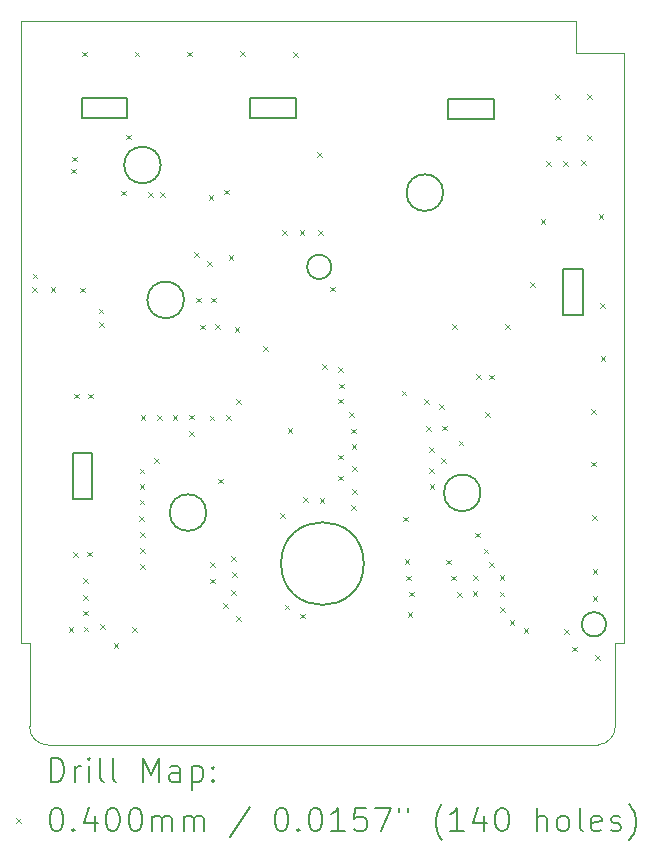
<source format=gbr>
%TF.GenerationSoftware,KiCad,Pcbnew,(6.0.9)*%
%TF.CreationDate,2023-01-08T00:25:15-05:00*%
%TF.ProjectId,DMG-DECN-02,444d472d-4445-4434-9e2d-30322e6b6963,rev?*%
%TF.SameCoordinates,Original*%
%TF.FileFunction,Drillmap*%
%TF.FilePolarity,Positive*%
%FSLAX45Y45*%
G04 Gerber Fmt 4.5, Leading zero omitted, Abs format (unit mm)*
G04 Created by KiCad (PCBNEW (6.0.9)) date 2023-01-08 00:25:15*
%MOMM*%
%LPD*%
G01*
G04 APERTURE LIST*
%ADD10C,0.025400*%
%ADD11C,0.200000*%
%ADD12C,0.040000*%
G04 APERTURE END LIST*
D10*
X12395085Y-6727498D02*
X12395085Y-11997498D01*
X17095085Y-6727498D02*
X12395085Y-6727498D01*
X12395085Y-11997498D02*
X12470085Y-11997498D01*
D11*
X15971987Y-8182000D02*
G75*
G03*
X15971987Y-8182000I-154987J0D01*
G01*
D10*
X12470085Y-11997498D02*
X12470085Y-12701498D01*
X17505085Y-11997498D02*
X17505085Y-6997498D01*
D11*
X13580987Y-7948000D02*
G75*
G03*
X13580987Y-7948000I-154987J0D01*
G01*
X14727000Y-7549000D02*
X14341000Y-7549000D01*
X14341000Y-7549000D02*
X14341000Y-7382000D01*
X14341000Y-7382000D02*
X14727000Y-7382000D01*
X14727000Y-7382000D02*
X14727000Y-7549000D01*
X13297000Y-7547000D02*
X12911000Y-7547000D01*
X12911000Y-7547000D02*
X12911000Y-7380000D01*
X12911000Y-7380000D02*
X13297000Y-7380000D01*
X13297000Y-7380000D02*
X13297000Y-7547000D01*
X16399000Y-7557000D02*
X16013000Y-7557000D01*
X16013000Y-7557000D02*
X16013000Y-7390000D01*
X16013000Y-7390000D02*
X16399000Y-7390000D01*
X16399000Y-7390000D02*
X16399000Y-7557000D01*
X13777987Y-9090000D02*
G75*
G03*
X13777987Y-9090000I-154987J0D01*
G01*
D10*
X17095085Y-6997498D02*
X17095085Y-6727498D01*
D11*
X15300085Y-11322498D02*
G75*
G03*
X15300085Y-11322498I-350000J0D01*
G01*
D10*
X12470084Y-12701498D02*
G75*
G03*
X12624085Y-12857498I152506J-3462D01*
G01*
D11*
X16989000Y-9218000D02*
X17156000Y-9218000D01*
X17156000Y-9218000D02*
X17156000Y-8832000D01*
X17156000Y-8832000D02*
X16989000Y-8832000D01*
X16989000Y-8832000D02*
X16989000Y-9218000D01*
D10*
X17430085Y-11997498D02*
X17505085Y-11997498D01*
D11*
X16288987Y-10724000D02*
G75*
G03*
X16288987Y-10724000I-154987J0D01*
G01*
D10*
X17505085Y-6997498D02*
X17095085Y-6997498D01*
X17287085Y-12857498D02*
G75*
G03*
X17430085Y-12693498I-15085J157498D01*
G01*
X12624085Y-12857498D02*
X17287085Y-12857498D01*
D11*
X12835000Y-10772000D02*
X13002000Y-10772000D01*
X13002000Y-10772000D02*
X13002000Y-10386000D01*
X13002000Y-10386000D02*
X12835000Y-10386000D01*
X12835000Y-10386000D02*
X12835000Y-10772000D01*
D10*
X17430085Y-12693498D02*
X17430085Y-11997498D01*
D11*
X13966987Y-10891000D02*
G75*
G03*
X13966987Y-10891000I-154987J0D01*
G01*
X17351500Y-11836500D02*
G75*
G03*
X17351500Y-11836500I-102500J0D01*
G01*
X15025500Y-8811000D02*
G75*
G03*
X15025500Y-8811000I-102500J0D01*
G01*
D12*
X12491000Y-8982000D02*
X12531000Y-9022000D01*
X12531000Y-8982000D02*
X12491000Y-9022000D01*
X12496000Y-8868000D02*
X12536000Y-8908000D01*
X12536000Y-8868000D02*
X12496000Y-8908000D01*
X12648000Y-8984000D02*
X12688000Y-9024000D01*
X12688000Y-8984000D02*
X12648000Y-9024000D01*
X12801000Y-11858000D02*
X12841000Y-11898000D01*
X12841000Y-11858000D02*
X12801000Y-11898000D01*
X12825000Y-7978000D02*
X12865000Y-8018000D01*
X12865000Y-7978000D02*
X12825000Y-8018000D01*
X12828000Y-7877000D02*
X12868000Y-7917000D01*
X12868000Y-7877000D02*
X12828000Y-7917000D01*
X12839000Y-11224000D02*
X12879000Y-11264000D01*
X12879000Y-11224000D02*
X12839000Y-11264000D01*
X12845000Y-9883000D02*
X12885000Y-9923000D01*
X12885000Y-9883000D02*
X12845000Y-9923000D01*
X12897000Y-8987000D02*
X12937000Y-9027000D01*
X12937000Y-8987000D02*
X12897000Y-9027000D01*
X12917000Y-6989000D02*
X12957000Y-7029000D01*
X12957000Y-6989000D02*
X12917000Y-7029000D01*
X12926000Y-11587000D02*
X12966000Y-11627000D01*
X12966000Y-11587000D02*
X12926000Y-11627000D01*
X12926000Y-11721000D02*
X12966000Y-11761000D01*
X12966000Y-11721000D02*
X12926000Y-11761000D01*
X12927000Y-11447000D02*
X12967000Y-11487000D01*
X12967000Y-11447000D02*
X12927000Y-11487000D01*
X12929000Y-11857000D02*
X12969000Y-11897000D01*
X12969000Y-11857000D02*
X12929000Y-11897000D01*
X12960000Y-11222000D02*
X13000000Y-11262000D01*
X13000000Y-11222000D02*
X12960000Y-11262000D01*
X12964000Y-9883000D02*
X13004000Y-9923000D01*
X13004000Y-9883000D02*
X12964000Y-9923000D01*
X13056000Y-9163000D02*
X13096000Y-9203000D01*
X13096000Y-9163000D02*
X13056000Y-9203000D01*
X13058000Y-9277000D02*
X13098000Y-9317000D01*
X13098000Y-9277000D02*
X13058000Y-9317000D01*
X13065000Y-11838000D02*
X13105000Y-11878000D01*
X13105000Y-11838000D02*
X13065000Y-11878000D01*
X13182000Y-11995000D02*
X13222000Y-12035000D01*
X13222000Y-11995000D02*
X13182000Y-12035000D01*
X13247000Y-8164000D02*
X13287000Y-8204000D01*
X13287000Y-8164000D02*
X13247000Y-8204000D01*
X13289000Y-7691000D02*
X13329000Y-7731000D01*
X13329000Y-7691000D02*
X13289000Y-7731000D01*
X13339000Y-11858000D02*
X13379000Y-11898000D01*
X13379000Y-11858000D02*
X13339000Y-11898000D01*
X13361000Y-6989000D02*
X13401000Y-7029000D01*
X13401000Y-6989000D02*
X13361000Y-7029000D01*
X13401000Y-10920000D02*
X13441000Y-10960000D01*
X13441000Y-10920000D02*
X13401000Y-10960000D01*
X13403000Y-10518000D02*
X13443000Y-10558000D01*
X13443000Y-10518000D02*
X13403000Y-10558000D01*
X13403000Y-10648000D02*
X13443000Y-10688000D01*
X13443000Y-10648000D02*
X13403000Y-10688000D01*
X13403000Y-10782000D02*
X13443000Y-10822000D01*
X13443000Y-10782000D02*
X13403000Y-10822000D01*
X13404000Y-11325000D02*
X13444000Y-11365000D01*
X13444000Y-11325000D02*
X13404000Y-11365000D01*
X13408000Y-11192000D02*
X13448000Y-11232000D01*
X13448000Y-11192000D02*
X13408000Y-11232000D01*
X13409000Y-11057000D02*
X13449000Y-11097000D01*
X13449000Y-11057000D02*
X13409000Y-11097000D01*
X13412000Y-10068000D02*
X13452000Y-10108000D01*
X13452000Y-10068000D02*
X13412000Y-10108000D01*
X13473000Y-8179000D02*
X13513000Y-8219000D01*
X13513000Y-8179000D02*
X13473000Y-8219000D01*
X13528000Y-10431000D02*
X13568000Y-10471000D01*
X13568000Y-10431000D02*
X13528000Y-10471000D01*
X13548000Y-10064000D02*
X13588000Y-10104000D01*
X13588000Y-10064000D02*
X13548000Y-10104000D01*
X13578000Y-8180000D02*
X13618000Y-8220000D01*
X13618000Y-8180000D02*
X13578000Y-8220000D01*
X13683000Y-10067000D02*
X13723000Y-10107000D01*
X13723000Y-10067000D02*
X13683000Y-10107000D01*
X13807000Y-6989000D02*
X13847000Y-7029000D01*
X13847000Y-6989000D02*
X13807000Y-7029000D01*
X13819000Y-10062000D02*
X13859000Y-10102000D01*
X13859000Y-10062000D02*
X13819000Y-10102000D01*
X13820000Y-10201000D02*
X13860000Y-10241000D01*
X13860000Y-10201000D02*
X13820000Y-10241000D01*
X13863000Y-8685000D02*
X13903000Y-8725000D01*
X13903000Y-8685000D02*
X13863000Y-8725000D01*
X13883000Y-9071000D02*
X13923000Y-9111000D01*
X13923000Y-9071000D02*
X13883000Y-9111000D01*
X13914000Y-9299000D02*
X13954000Y-9339000D01*
X13954000Y-9299000D02*
X13914000Y-9339000D01*
X13973000Y-8761000D02*
X14013000Y-8801000D01*
X14013000Y-8761000D02*
X13973000Y-8801000D01*
X13986000Y-8202000D02*
X14026000Y-8242000D01*
X14026000Y-8202000D02*
X13986000Y-8242000D01*
X13995000Y-10071000D02*
X14035000Y-10111000D01*
X14035000Y-10071000D02*
X13995000Y-10111000D01*
X13998000Y-11311000D02*
X14038000Y-11351000D01*
X14038000Y-11311000D02*
X13998000Y-11351000D01*
X13998000Y-11449000D02*
X14038000Y-11489000D01*
X14038000Y-11449000D02*
X13998000Y-11489000D01*
X14006000Y-9071000D02*
X14046000Y-9111000D01*
X14046000Y-9071000D02*
X14006000Y-9111000D01*
X14044000Y-9293000D02*
X14084000Y-9333000D01*
X14084000Y-9293000D02*
X14044000Y-9333000D01*
X14069000Y-10603000D02*
X14109000Y-10643000D01*
X14109000Y-10603000D02*
X14069000Y-10643000D01*
X14110000Y-11656000D02*
X14150000Y-11696000D01*
X14150000Y-11656000D02*
X14110000Y-11696000D01*
X14119000Y-8157000D02*
X14159000Y-8197000D01*
X14159000Y-8157000D02*
X14119000Y-8197000D01*
X14133000Y-10065000D02*
X14173000Y-10105000D01*
X14173000Y-10065000D02*
X14133000Y-10105000D01*
X14157000Y-8714000D02*
X14197000Y-8754000D01*
X14197000Y-8714000D02*
X14157000Y-8754000D01*
X14177000Y-11545000D02*
X14217000Y-11585000D01*
X14217000Y-11545000D02*
X14177000Y-11585000D01*
X14178000Y-11262000D02*
X14218000Y-11302000D01*
X14218000Y-11262000D02*
X14178000Y-11302000D01*
X14185000Y-11395000D02*
X14225000Y-11435000D01*
X14225000Y-11395000D02*
X14185000Y-11435000D01*
X14206000Y-9322000D02*
X14246000Y-9362000D01*
X14246000Y-9322000D02*
X14206000Y-9362000D01*
X14221000Y-11766000D02*
X14261000Y-11806000D01*
X14261000Y-11766000D02*
X14221000Y-11806000D01*
X14222000Y-9929000D02*
X14262000Y-9969000D01*
X14262000Y-9929000D02*
X14222000Y-9969000D01*
X14253000Y-6987000D02*
X14293000Y-7027000D01*
X14293000Y-6987000D02*
X14253000Y-7027000D01*
X14450000Y-9479000D02*
X14490000Y-9519000D01*
X14490000Y-9479000D02*
X14450000Y-9519000D01*
X14592000Y-10895000D02*
X14632000Y-10935000D01*
X14632000Y-10895000D02*
X14592000Y-10935000D01*
X14607000Y-8502000D02*
X14647000Y-8542000D01*
X14647000Y-8502000D02*
X14607000Y-8542000D01*
X14630000Y-11671000D02*
X14670000Y-11711000D01*
X14670000Y-11671000D02*
X14630000Y-11711000D01*
X14656000Y-10177000D02*
X14696000Y-10217000D01*
X14696000Y-10177000D02*
X14656000Y-10217000D01*
X14702000Y-6991000D02*
X14742000Y-7031000D01*
X14742000Y-6991000D02*
X14702000Y-7031000D01*
X14758000Y-8500000D02*
X14798000Y-8540000D01*
X14798000Y-8500000D02*
X14758000Y-8540000D01*
X14759000Y-11747000D02*
X14799000Y-11787000D01*
X14799000Y-11747000D02*
X14759000Y-11787000D01*
X14788000Y-10762000D02*
X14828000Y-10802000D01*
X14828000Y-10762000D02*
X14788000Y-10802000D01*
X14908000Y-7837000D02*
X14948000Y-7877000D01*
X14948000Y-7837000D02*
X14908000Y-7877000D01*
X14912000Y-8500000D02*
X14952000Y-8540000D01*
X14952000Y-8500000D02*
X14912000Y-8540000D01*
X14927000Y-10766000D02*
X14967000Y-10806000D01*
X14967000Y-10766000D02*
X14927000Y-10806000D01*
X14947000Y-9637000D02*
X14987000Y-9677000D01*
X14987000Y-9637000D02*
X14947000Y-9677000D01*
X15013000Y-8978000D02*
X15053000Y-9018000D01*
X15053000Y-8978000D02*
X15013000Y-9018000D01*
X15082000Y-10401000D02*
X15122000Y-10441000D01*
X15122000Y-10401000D02*
X15082000Y-10441000D01*
X15084000Y-9659000D02*
X15124000Y-9699000D01*
X15124000Y-9659000D02*
X15084000Y-9699000D01*
X15084000Y-9926000D02*
X15124000Y-9966000D01*
X15124000Y-9926000D02*
X15084000Y-9966000D01*
X15084000Y-10578000D02*
X15124000Y-10618000D01*
X15124000Y-10578000D02*
X15084000Y-10618000D01*
X15091000Y-9798000D02*
X15131000Y-9838000D01*
X15131000Y-9798000D02*
X15091000Y-9838000D01*
X15176000Y-10040000D02*
X15216000Y-10080000D01*
X15216000Y-10040000D02*
X15176000Y-10080000D01*
X15194000Y-10179000D02*
X15234000Y-10219000D01*
X15234000Y-10179000D02*
X15194000Y-10219000D01*
X15196000Y-10827000D02*
X15236000Y-10867000D01*
X15236000Y-10827000D02*
X15196000Y-10867000D01*
X15198000Y-10314000D02*
X15238000Y-10354000D01*
X15238000Y-10314000D02*
X15198000Y-10354000D01*
X15200000Y-10693000D02*
X15240000Y-10733000D01*
X15240000Y-10693000D02*
X15200000Y-10733000D01*
X15203000Y-10495000D02*
X15243000Y-10535000D01*
X15243000Y-10495000D02*
X15203000Y-10535000D01*
X15620000Y-9858000D02*
X15660000Y-9898000D01*
X15660000Y-9858000D02*
X15620000Y-9898000D01*
X15636000Y-10926000D02*
X15676000Y-10966000D01*
X15676000Y-10926000D02*
X15636000Y-10966000D01*
X15646000Y-11286000D02*
X15686000Y-11326000D01*
X15686000Y-11286000D02*
X15646000Y-11326000D01*
X15660000Y-11425000D02*
X15700000Y-11465000D01*
X15700000Y-11425000D02*
X15660000Y-11465000D01*
X15671000Y-11732000D02*
X15711000Y-11772000D01*
X15711000Y-11732000D02*
X15671000Y-11772000D01*
X15686000Y-11560000D02*
X15726000Y-11600000D01*
X15726000Y-11560000D02*
X15686000Y-11600000D01*
X15809000Y-9931000D02*
X15849000Y-9971000D01*
X15849000Y-9931000D02*
X15809000Y-9971000D01*
X15831000Y-10157000D02*
X15871000Y-10197000D01*
X15871000Y-10157000D02*
X15831000Y-10197000D01*
X15854000Y-10516000D02*
X15894000Y-10556000D01*
X15894000Y-10516000D02*
X15854000Y-10556000D01*
X15856000Y-10339000D02*
X15896000Y-10379000D01*
X15896000Y-10339000D02*
X15856000Y-10379000D01*
X15858000Y-10653000D02*
X15898000Y-10693000D01*
X15898000Y-10653000D02*
X15858000Y-10693000D01*
X15941000Y-9971000D02*
X15981000Y-10011000D01*
X15981000Y-9971000D02*
X15941000Y-10011000D01*
X15958000Y-10428000D02*
X15998000Y-10468000D01*
X15998000Y-10428000D02*
X15958000Y-10468000D01*
X15966000Y-10155000D02*
X16006000Y-10195000D01*
X16006000Y-10155000D02*
X15966000Y-10195000D01*
X15999000Y-11289000D02*
X16039000Y-11329000D01*
X16039000Y-11289000D02*
X15999000Y-11329000D01*
X16042000Y-11424000D02*
X16082000Y-11464000D01*
X16082000Y-11424000D02*
X16042000Y-11464000D01*
X16051000Y-9298000D02*
X16091000Y-9338000D01*
X16091000Y-9298000D02*
X16051000Y-9338000D01*
X16088000Y-11566000D02*
X16128000Y-11606000D01*
X16128000Y-11566000D02*
X16088000Y-11606000D01*
X16103000Y-10281000D02*
X16143000Y-10321000D01*
X16143000Y-10281000D02*
X16103000Y-10321000D01*
X16222000Y-11558000D02*
X16262000Y-11598000D01*
X16262000Y-11558000D02*
X16222000Y-11598000D01*
X16229000Y-11421000D02*
X16269000Y-11461000D01*
X16269000Y-11421000D02*
X16229000Y-11461000D01*
X16246000Y-11061000D02*
X16286000Y-11101000D01*
X16286000Y-11061000D02*
X16246000Y-11101000D01*
X16254000Y-9721000D02*
X16294000Y-9761000D01*
X16294000Y-9721000D02*
X16254000Y-9761000D01*
X16315000Y-11195000D02*
X16355000Y-11235000D01*
X16355000Y-11195000D02*
X16315000Y-11235000D01*
X16329000Y-10039000D02*
X16369000Y-10079000D01*
X16369000Y-10039000D02*
X16329000Y-10079000D01*
X16359000Y-11311000D02*
X16399000Y-11351000D01*
X16399000Y-11311000D02*
X16359000Y-11351000D01*
X16363000Y-9722000D02*
X16403000Y-9762000D01*
X16403000Y-9722000D02*
X16363000Y-9762000D01*
X16450000Y-11421000D02*
X16490000Y-11461000D01*
X16490000Y-11421000D02*
X16450000Y-11461000D01*
X16450000Y-11560000D02*
X16490000Y-11600000D01*
X16490000Y-11560000D02*
X16450000Y-11600000D01*
X16455000Y-11694000D02*
X16495000Y-11734000D01*
X16495000Y-11694000D02*
X16455000Y-11734000D01*
X16495000Y-9296000D02*
X16535000Y-9336000D01*
X16535000Y-9296000D02*
X16495000Y-9336000D01*
X16536000Y-11804000D02*
X16576000Y-11844000D01*
X16576000Y-11804000D02*
X16536000Y-11844000D01*
X16653000Y-11871000D02*
X16693000Y-11911000D01*
X16693000Y-11871000D02*
X16653000Y-11911000D01*
X16707500Y-8942500D02*
X16747500Y-8982500D01*
X16747500Y-8942500D02*
X16707500Y-8982500D01*
X16798000Y-8406000D02*
X16838000Y-8446000D01*
X16838000Y-8406000D02*
X16798000Y-8446000D01*
X16842000Y-7913000D02*
X16882000Y-7953000D01*
X16882000Y-7913000D02*
X16842000Y-7953000D01*
X16921000Y-7348000D02*
X16961000Y-7388000D01*
X16961000Y-7348000D02*
X16921000Y-7388000D01*
X16930000Y-7700000D02*
X16970000Y-7740000D01*
X16970000Y-7700000D02*
X16930000Y-7740000D01*
X16990000Y-7913000D02*
X17030000Y-7953000D01*
X17030000Y-7913000D02*
X16990000Y-7953000D01*
X16997000Y-11875000D02*
X17037000Y-11915000D01*
X17037000Y-11875000D02*
X16997000Y-11915000D01*
X17065000Y-12025000D02*
X17105000Y-12065000D01*
X17105000Y-12025000D02*
X17065000Y-12065000D01*
X17141000Y-7908000D02*
X17181000Y-7948000D01*
X17181000Y-7908000D02*
X17141000Y-7948000D01*
X17190000Y-7346000D02*
X17230000Y-7386000D01*
X17230000Y-7346000D02*
X17190000Y-7386000D01*
X17194000Y-7698000D02*
X17234000Y-7738000D01*
X17234000Y-7698000D02*
X17194000Y-7738000D01*
X17228000Y-10013000D02*
X17268000Y-10053000D01*
X17268000Y-10013000D02*
X17228000Y-10053000D01*
X17228000Y-10459000D02*
X17268000Y-10499000D01*
X17268000Y-10459000D02*
X17228000Y-10499000D01*
X17235000Y-10914000D02*
X17275000Y-10954000D01*
X17275000Y-10914000D02*
X17235000Y-10954000D01*
X17237000Y-11367000D02*
X17277000Y-11407000D01*
X17277000Y-11367000D02*
X17237000Y-11407000D01*
X17237000Y-11596000D02*
X17277000Y-11636000D01*
X17277000Y-11596000D02*
X17237000Y-11636000D01*
X17262000Y-12096000D02*
X17302000Y-12136000D01*
X17302000Y-12096000D02*
X17262000Y-12136000D01*
X17288000Y-8361000D02*
X17328000Y-8401000D01*
X17328000Y-8361000D02*
X17288000Y-8401000D01*
X17302500Y-9120000D02*
X17342500Y-9160000D01*
X17342500Y-9120000D02*
X17302500Y-9160000D01*
X17306000Y-9565000D02*
X17346000Y-9605000D01*
X17346000Y-9565000D02*
X17306000Y-9605000D01*
D11*
X12651434Y-13169252D02*
X12651434Y-12969252D01*
X12699053Y-12969252D01*
X12727624Y-12978776D01*
X12746672Y-12997823D01*
X12756196Y-13016871D01*
X12765720Y-13054966D01*
X12765720Y-13083537D01*
X12756196Y-13121633D01*
X12746672Y-13140680D01*
X12727624Y-13159728D01*
X12699053Y-13169252D01*
X12651434Y-13169252D01*
X12851434Y-13169252D02*
X12851434Y-13035918D01*
X12851434Y-13074014D02*
X12860958Y-13054966D01*
X12870482Y-13045442D01*
X12889529Y-13035918D01*
X12908577Y-13035918D01*
X12975243Y-13169252D02*
X12975243Y-13035918D01*
X12975243Y-12969252D02*
X12965720Y-12978776D01*
X12975243Y-12988299D01*
X12984767Y-12978776D01*
X12975243Y-12969252D01*
X12975243Y-12988299D01*
X13099053Y-13169252D02*
X13080005Y-13159728D01*
X13070482Y-13140680D01*
X13070482Y-12969252D01*
X13203815Y-13169252D02*
X13184767Y-13159728D01*
X13175243Y-13140680D01*
X13175243Y-12969252D01*
X13432386Y-13169252D02*
X13432386Y-12969252D01*
X13499053Y-13112109D01*
X13565720Y-12969252D01*
X13565720Y-13169252D01*
X13746672Y-13169252D02*
X13746672Y-13064490D01*
X13737148Y-13045442D01*
X13718101Y-13035918D01*
X13680005Y-13035918D01*
X13660958Y-13045442D01*
X13746672Y-13159728D02*
X13727624Y-13169252D01*
X13680005Y-13169252D01*
X13660958Y-13159728D01*
X13651434Y-13140680D01*
X13651434Y-13121633D01*
X13660958Y-13102585D01*
X13680005Y-13093061D01*
X13727624Y-13093061D01*
X13746672Y-13083537D01*
X13841910Y-13035918D02*
X13841910Y-13235918D01*
X13841910Y-13045442D02*
X13860958Y-13035918D01*
X13899053Y-13035918D01*
X13918101Y-13045442D01*
X13927624Y-13054966D01*
X13937148Y-13074014D01*
X13937148Y-13131156D01*
X13927624Y-13150204D01*
X13918101Y-13159728D01*
X13899053Y-13169252D01*
X13860958Y-13169252D01*
X13841910Y-13159728D01*
X14022863Y-13150204D02*
X14032386Y-13159728D01*
X14022863Y-13169252D01*
X14013339Y-13159728D01*
X14022863Y-13150204D01*
X14022863Y-13169252D01*
X14022863Y-13045442D02*
X14032386Y-13054966D01*
X14022863Y-13064490D01*
X14013339Y-13054966D01*
X14022863Y-13045442D01*
X14022863Y-13064490D01*
D12*
X12353815Y-13478776D02*
X12393815Y-13518776D01*
X12393815Y-13478776D02*
X12353815Y-13518776D01*
D11*
X12689529Y-13389252D02*
X12708577Y-13389252D01*
X12727624Y-13398776D01*
X12737148Y-13408299D01*
X12746672Y-13427347D01*
X12756196Y-13465442D01*
X12756196Y-13513061D01*
X12746672Y-13551156D01*
X12737148Y-13570204D01*
X12727624Y-13579728D01*
X12708577Y-13589252D01*
X12689529Y-13589252D01*
X12670482Y-13579728D01*
X12660958Y-13570204D01*
X12651434Y-13551156D01*
X12641910Y-13513061D01*
X12641910Y-13465442D01*
X12651434Y-13427347D01*
X12660958Y-13408299D01*
X12670482Y-13398776D01*
X12689529Y-13389252D01*
X12841910Y-13570204D02*
X12851434Y-13579728D01*
X12841910Y-13589252D01*
X12832386Y-13579728D01*
X12841910Y-13570204D01*
X12841910Y-13589252D01*
X13022863Y-13455918D02*
X13022863Y-13589252D01*
X12975243Y-13379728D02*
X12927624Y-13522585D01*
X13051434Y-13522585D01*
X13165720Y-13389252D02*
X13184767Y-13389252D01*
X13203815Y-13398776D01*
X13213339Y-13408299D01*
X13222863Y-13427347D01*
X13232386Y-13465442D01*
X13232386Y-13513061D01*
X13222863Y-13551156D01*
X13213339Y-13570204D01*
X13203815Y-13579728D01*
X13184767Y-13589252D01*
X13165720Y-13589252D01*
X13146672Y-13579728D01*
X13137148Y-13570204D01*
X13127624Y-13551156D01*
X13118101Y-13513061D01*
X13118101Y-13465442D01*
X13127624Y-13427347D01*
X13137148Y-13408299D01*
X13146672Y-13398776D01*
X13165720Y-13389252D01*
X13356196Y-13389252D02*
X13375243Y-13389252D01*
X13394291Y-13398776D01*
X13403815Y-13408299D01*
X13413339Y-13427347D01*
X13422863Y-13465442D01*
X13422863Y-13513061D01*
X13413339Y-13551156D01*
X13403815Y-13570204D01*
X13394291Y-13579728D01*
X13375243Y-13589252D01*
X13356196Y-13589252D01*
X13337148Y-13579728D01*
X13327624Y-13570204D01*
X13318101Y-13551156D01*
X13308577Y-13513061D01*
X13308577Y-13465442D01*
X13318101Y-13427347D01*
X13327624Y-13408299D01*
X13337148Y-13398776D01*
X13356196Y-13389252D01*
X13508577Y-13589252D02*
X13508577Y-13455918D01*
X13508577Y-13474966D02*
X13518101Y-13465442D01*
X13537148Y-13455918D01*
X13565720Y-13455918D01*
X13584767Y-13465442D01*
X13594291Y-13484490D01*
X13594291Y-13589252D01*
X13594291Y-13484490D02*
X13603815Y-13465442D01*
X13622863Y-13455918D01*
X13651434Y-13455918D01*
X13670482Y-13465442D01*
X13680005Y-13484490D01*
X13680005Y-13589252D01*
X13775243Y-13589252D02*
X13775243Y-13455918D01*
X13775243Y-13474966D02*
X13784767Y-13465442D01*
X13803815Y-13455918D01*
X13832386Y-13455918D01*
X13851434Y-13465442D01*
X13860958Y-13484490D01*
X13860958Y-13589252D01*
X13860958Y-13484490D02*
X13870482Y-13465442D01*
X13889529Y-13455918D01*
X13918101Y-13455918D01*
X13937148Y-13465442D01*
X13946672Y-13484490D01*
X13946672Y-13589252D01*
X14337148Y-13379728D02*
X14165720Y-13636871D01*
X14594291Y-13389252D02*
X14613339Y-13389252D01*
X14632386Y-13398776D01*
X14641910Y-13408299D01*
X14651434Y-13427347D01*
X14660958Y-13465442D01*
X14660958Y-13513061D01*
X14651434Y-13551156D01*
X14641910Y-13570204D01*
X14632386Y-13579728D01*
X14613339Y-13589252D01*
X14594291Y-13589252D01*
X14575243Y-13579728D01*
X14565720Y-13570204D01*
X14556196Y-13551156D01*
X14546672Y-13513061D01*
X14546672Y-13465442D01*
X14556196Y-13427347D01*
X14565720Y-13408299D01*
X14575243Y-13398776D01*
X14594291Y-13389252D01*
X14746672Y-13570204D02*
X14756196Y-13579728D01*
X14746672Y-13589252D01*
X14737148Y-13579728D01*
X14746672Y-13570204D01*
X14746672Y-13589252D01*
X14880005Y-13389252D02*
X14899053Y-13389252D01*
X14918101Y-13398776D01*
X14927624Y-13408299D01*
X14937148Y-13427347D01*
X14946672Y-13465442D01*
X14946672Y-13513061D01*
X14937148Y-13551156D01*
X14927624Y-13570204D01*
X14918101Y-13579728D01*
X14899053Y-13589252D01*
X14880005Y-13589252D01*
X14860958Y-13579728D01*
X14851434Y-13570204D01*
X14841910Y-13551156D01*
X14832386Y-13513061D01*
X14832386Y-13465442D01*
X14841910Y-13427347D01*
X14851434Y-13408299D01*
X14860958Y-13398776D01*
X14880005Y-13389252D01*
X15137148Y-13589252D02*
X15022863Y-13589252D01*
X15080005Y-13589252D02*
X15080005Y-13389252D01*
X15060958Y-13417823D01*
X15041910Y-13436871D01*
X15022863Y-13446395D01*
X15318101Y-13389252D02*
X15222863Y-13389252D01*
X15213339Y-13484490D01*
X15222863Y-13474966D01*
X15241910Y-13465442D01*
X15289529Y-13465442D01*
X15308577Y-13474966D01*
X15318101Y-13484490D01*
X15327624Y-13503537D01*
X15327624Y-13551156D01*
X15318101Y-13570204D01*
X15308577Y-13579728D01*
X15289529Y-13589252D01*
X15241910Y-13589252D01*
X15222863Y-13579728D01*
X15213339Y-13570204D01*
X15394291Y-13389252D02*
X15527624Y-13389252D01*
X15441910Y-13589252D01*
X15594291Y-13389252D02*
X15594291Y-13427347D01*
X15670482Y-13389252D02*
X15670482Y-13427347D01*
X15965720Y-13665442D02*
X15956196Y-13655918D01*
X15937148Y-13627347D01*
X15927624Y-13608299D01*
X15918101Y-13579728D01*
X15908577Y-13532109D01*
X15908577Y-13494014D01*
X15918101Y-13446395D01*
X15927624Y-13417823D01*
X15937148Y-13398776D01*
X15956196Y-13370204D01*
X15965720Y-13360680D01*
X16146672Y-13589252D02*
X16032386Y-13589252D01*
X16089529Y-13589252D02*
X16089529Y-13389252D01*
X16070482Y-13417823D01*
X16051434Y-13436871D01*
X16032386Y-13446395D01*
X16318101Y-13455918D02*
X16318101Y-13589252D01*
X16270482Y-13379728D02*
X16222863Y-13522585D01*
X16346672Y-13522585D01*
X16460958Y-13389252D02*
X16480005Y-13389252D01*
X16499053Y-13398776D01*
X16508577Y-13408299D01*
X16518101Y-13427347D01*
X16527624Y-13465442D01*
X16527624Y-13513061D01*
X16518101Y-13551156D01*
X16508577Y-13570204D01*
X16499053Y-13579728D01*
X16480005Y-13589252D01*
X16460958Y-13589252D01*
X16441910Y-13579728D01*
X16432386Y-13570204D01*
X16422863Y-13551156D01*
X16413339Y-13513061D01*
X16413339Y-13465442D01*
X16422863Y-13427347D01*
X16432386Y-13408299D01*
X16441910Y-13398776D01*
X16460958Y-13389252D01*
X16765720Y-13589252D02*
X16765720Y-13389252D01*
X16851434Y-13589252D02*
X16851434Y-13484490D01*
X16841910Y-13465442D01*
X16822863Y-13455918D01*
X16794291Y-13455918D01*
X16775243Y-13465442D01*
X16765720Y-13474966D01*
X16975244Y-13589252D02*
X16956196Y-13579728D01*
X16946672Y-13570204D01*
X16937148Y-13551156D01*
X16937148Y-13494014D01*
X16946672Y-13474966D01*
X16956196Y-13465442D01*
X16975244Y-13455918D01*
X17003815Y-13455918D01*
X17022863Y-13465442D01*
X17032386Y-13474966D01*
X17041910Y-13494014D01*
X17041910Y-13551156D01*
X17032386Y-13570204D01*
X17022863Y-13579728D01*
X17003815Y-13589252D01*
X16975244Y-13589252D01*
X17156196Y-13589252D02*
X17137148Y-13579728D01*
X17127625Y-13560680D01*
X17127625Y-13389252D01*
X17308577Y-13579728D02*
X17289529Y-13589252D01*
X17251434Y-13589252D01*
X17232386Y-13579728D01*
X17222863Y-13560680D01*
X17222863Y-13484490D01*
X17232386Y-13465442D01*
X17251434Y-13455918D01*
X17289529Y-13455918D01*
X17308577Y-13465442D01*
X17318101Y-13484490D01*
X17318101Y-13503537D01*
X17222863Y-13522585D01*
X17394291Y-13579728D02*
X17413339Y-13589252D01*
X17451434Y-13589252D01*
X17470482Y-13579728D01*
X17480005Y-13560680D01*
X17480005Y-13551156D01*
X17470482Y-13532109D01*
X17451434Y-13522585D01*
X17422863Y-13522585D01*
X17403815Y-13513061D01*
X17394291Y-13494014D01*
X17394291Y-13484490D01*
X17403815Y-13465442D01*
X17422863Y-13455918D01*
X17451434Y-13455918D01*
X17470482Y-13465442D01*
X17546672Y-13665442D02*
X17556196Y-13655918D01*
X17575244Y-13627347D01*
X17584767Y-13608299D01*
X17594291Y-13579728D01*
X17603815Y-13532109D01*
X17603815Y-13494014D01*
X17594291Y-13446395D01*
X17584767Y-13417823D01*
X17575244Y-13398776D01*
X17556196Y-13370204D01*
X17546672Y-13360680D01*
M02*

</source>
